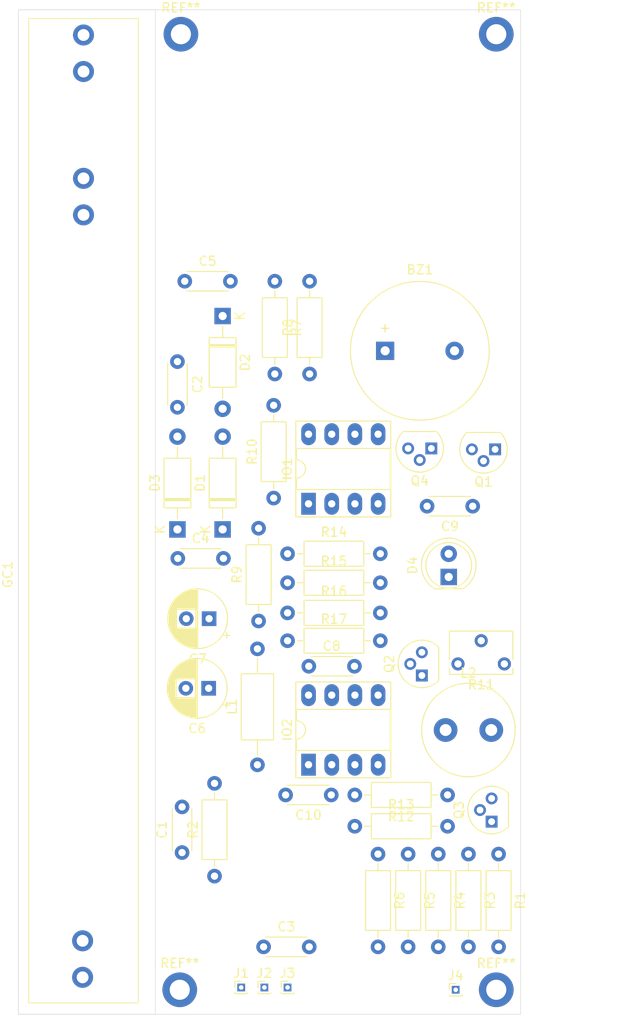
<source format=kicad_pcb>
(kicad_pcb (version 20240108) (generator "pcbnew") (generator_version "8.0")
  (layers (0 "F.Cu" signal) (31 "B.Cu" signal) (34 "B.Paste" user) (35 "F.Paste" user) (36 "B.SilkS" user "B.Silkscreen") (37 "F.SilkS" user "F.Silkscreen") (38 "B.Mask" user) (39 "F.Mask" user) (44 "Edge.Cuts" user))
  (net 0 "")
  (net 1 "Net-(BZ1-+)")
  (net 2 "Net-(BZ1--)")
  (net 3 "step_2")
  (net 4 "GND")
  (net 5 "step_1")
  (net 6 "Net-(D2-K)")
  (net 7 "VCC")
  (net 8 "Net-(D1-K)")
  (net 9 "Net-(C5-Pad2)")
  (net 10 "Net-(IO2-VCC)")
  (net 11 "Net-(IO2-THR)")
  (net 12 "Net-(D4-A)")
  (net 13 "CALIB")
  (net 15 "Net-(IO1-Q)")
  (net 16 "TRIG")
  (net 17 "Net-(IO1-DIS)")
  (net 18 "Net-(IO2-Q)")
  (net 19 "RES")
  (net 21 "Net-(Q3-C)")
  (net 22 "Net-(Q1-B)")
  (net 23 "Net-(Q2-B)")
  (net 24 "Net-(Q3-B)")
  (net 25 "Net-(Q4-B)")
  (net 26 "Net-(R1-Pad1)")
  (net 27 "Net-(R3-Pad2)")
  (net 28 "Net-(R4-Pad1)")
  (net 29 "Net-(R5-Pad2)")
  (net 30 "Net-(J4-Pin_1)")
  (footprint "Package_DIP:DIP-8_W7.62mm_Socket_LongPads" (layer "F.Cu") (at 143.266 96.51 90)
    (property "Reference" "IO1" (at 3.81 -2.33 270) (layer "F.SilkS"))
    (property "Value" "NE555")
    (pad "1" thru_hole rect (at 0 0 90) (size 2.4 1.6) (drill 0.8) (layers "*.Cu" "*.Mask") (net 4 "GND"))
    (pad "2" thru_hole oval (at 0 2.54 90) (size 2.4 1.6) (drill 0.8) (layers "*.Cu" "*.Mask") (net 16 "TRIG"))
    (pad "3" thru_hole oval (at 0 5.08 90) (size 2.4 1.6) (drill 0.8) (layers "*.Cu" "*.Mask") (net 15 "Net-(IO1-Q)"))
    (pad "4" thru_hole oval (at 0 7.62 90) (size 2.4 1.6) (drill 0.8) (layers "*.Cu" "*.Mask") (net 1 "Net-(BZ1-+)"))
    (pad "5" thru_hole oval (at 7.62 7.62 90) (size 2.4 1.6) (drill 0.8) (layers "*.Cu" "*.Mask"))
    (pad "6" thru_hole oval (at 7.62 5.08 90) (size 2.4 1.6) (drill 0.8) (layers "*.Cu" "*.Mask") (net 17 "Net-(IO1-DIS)"))
    (pad "7" thru_hole oval (at 7.62 2.54 90) (size 2.4 1.6) (drill 0.8) (layers "*.Cu" "*.Mask") (net 17 "Net-(IO1-DIS)"))
    (pad "8" thru_hole oval (at 7.62 0 90) (size 2.4 1.6) (drill 0.8) (layers "*.Cu" "*.Mask") (net 1 "Net-(BZ1-+)"))
  )
  (footprint "Capacitor_THT:CP_Radial_D6.3mm_P2.50mm" (layer "F.Cu") (at 132.325759 116.712999 180)
    (property "Reference" "C6" (at 1.25 -4.4 180) (layer "F.SilkS"))
    (property "Value" "100uF")
    (pad "1" thru_hole rect (at 0 0 180) (size 1.6 1.6) (drill 0.8) (layers "*.Cu" "*.Mask") (net 7 "VCC"))
    (pad "2" thru_hole circle (at 2.5 0 180) (size 1.6 1.6) (drill 0.8) (layers "*.Cu" "*.Mask") (net 4 "GND"))
  )
  (footprint "Capacitor_THT:C_Disc_D4.3mm_W1.9mm_P5.00mm" (layer "F.Cu") (at 129.707 72.136)
    (property "Reference" "C5" (at 2.5 -2.2 360) (layer "F.SilkS"))
    (property "Value" "270pF")
    (pad "1" thru_hole circle (at 0 0) (size 1.6 1.6) (drill 0.8) (layers "*.Cu" "*.Mask") (net 4 "GND"))
    (pad "2" thru_hole circle (at 5 0) (size 1.6 1.6) (drill 0.8) (layers "*.Cu" "*.Mask") (net 9 "Net-(C5-Pad2)"))
  )
  (footprint "Resistor_THT:R_Axial_DIN0207_L6.3mm_D2.5mm_P10.16mm_Horizontal" (layer "F.Cu") (at 140.97 111.506)
    (property "Reference" "R17" (at 5.08 -2.37 0) (layer "F.SilkS"))
    (property "Value" "33K")
    (pad "1" thru_hole circle (at 0 0) (size 1.6 1.6) (drill 0.8) (layers "*.Cu" "*.Mask") (net 5 "step_1"))
    (pad "2" thru_hole oval (at 10.16 0) (size 1.6 1.6) (drill 0.8) (layers "*.Cu" "*.Mask") (net 11 "Net-(IO2-THR)"))
  )
  (footprint "Connector_PinHeader_1.00mm:PinHeader_1x01_P1.00mm_Vertical" (layer "F.Cu") (at 140.97 149.479)
    (property "Reference" "J3" (at 0 -1.56 360) (layer "F.SilkS"))
    (property "Value" "GND")
    (pad "1" thru_hole rect (at 0 0) (size 0.85 0.85) (drill 0.5) (layers "*.Cu" "*.Mask") (net 4 "GND"))
  )
  (footprint "Capacitor_THT:C_Disc_D4.3mm_W1.9mm_P5.00mm" (layer "F.Cu") (at 129.413 134.707 90)
    (property "Reference" "C1" (at 2.5 -2.2 270) (layer "F.SilkS"))
    (property "Value" "10nF / 1kV")
    (pad "1" thru_hole circle (at 0 0 90) (size 1.6 1.6) (drill 0.8) (layers "*.Cu" "*.Mask") (net 4 "GND"))
    (pad "2" thru_hole circle (at 5 0 90) (size 1.6 1.6) (drill 0.8) (layers "*.Cu" "*.Mask") (net 3 "step_2"))
  )
  (footprint "Buzzer_Beeper:Buzzer_15x7.5RM7.6" (layer "F.Cu") (at 151.658 79.756)
    (property "Reference" "BZ1" (at 3.81 -8.89 0) (layer "F.SilkS"))
    (property "Value" "Buzzer")
    (fp_text user "+" (at -0.01 -2.54 0) (layer "F.SilkS"))
    (pad "1" thru_hole rect (at 0 0) (size 2 2) (drill 1) (layers "*.Cu" "*.Mask") (net 1 "Net-(BZ1-+)"))
    (pad "2" thru_hole circle (at 7.6 0) (size 2 2) (drill 1) (layers "*.Cu" "*.Mask") (net 2 "Net-(BZ1--)"))
  )
  (footprint "Resistor_THT:R_Axial_DIN0207_L6.3mm_D2.5mm_P10.16mm_Horizontal" (layer "F.Cu") (at 154.178 134.874 -90)
    (property "Reference" "R5" (at 5.08 -2.37 90) (layer "F.SilkS"))
    (property "Value" "10M")
    (pad "1" thru_hole circle (at 0 0 270) (size 1.6 1.6) (drill 0.8) (layers "*.Cu" "*.Mask") (net 28 "Net-(R4-Pad1)"))
    (pad "2" thru_hole oval (at 10.16 0 270) (size 1.6 1.6) (drill 0.8) (layers "*.Cu" "*.Mask") (net 29 "Net-(R5-Pad2)"))
  )
  (footprint "Capacitor_THT:CP_Radial_D6.3mm_P2.50mm" (layer "F.Cu") (at 132.37338 109.093 180)
    (property "Reference" "C7" (at 1.25 -4.4 180) (layer "F.SilkS"))
    (property "Value" "100uF")
    (pad "1" thru_hole rect (at 0 0 180) (size 1.6 1.6) (drill 0.8) (layers "*.Cu" "*.Mask") (net 10 "Net-(IO2-VCC)"))
    (pad "2" thru_hole circle (at 2.5 0 180) (size 1.6 1.6) (drill 0.8) (layers "*.Cu" "*.Mask") (net 4 "GND"))
  )
  (footprint "Capacitor_THT:C_Disc_D4.3mm_W1.9mm_P5.00mm" (layer "F.Cu") (at 128.945 102.489)
    (property "Reference" "C4" (at 2.5 -2.2 360) (layer "F.SilkS"))
    (property "Value" "10nF / 1kV")
    (pad "1" thru_hole circle (at 0 0) (size 1.6 1.6) (drill 0.8) (layers "*.Cu" "*.Mask") (net 3 "step_2"))
    (pad "2" thru_hole circle (at 5 0) (size 1.6 1.6) (drill 0.8) (layers "*.Cu" "*.Mask") (net 8 "Net-(D1-K)"))
  )
  (footprint "Capacitor_THT:C_Disc_D4.3mm_W1.9mm_P5.00mm" (layer "F.Cu") (at 161.25 96.774 180)
    (property "Reference" "C9" (at 2.5 -2.2 180) (layer "F.SilkS"))
    (property "Value" "100nF")
    (pad "1" thru_hole circle (at 0 0 180) (size 1.6 1.6) (drill 0.8) (layers "*.Cu" "*.Mask") (net 4 "GND"))
    (pad "2" thru_hole circle (at 5 0 180) (size 1.6 1.6) (drill 0.8) (layers "*.Cu" "*.Mask") (net 1 "Net-(BZ1-+)"))
  )
  (footprint "Resistor_THT:R_Axial_DIN0207_L6.3mm_D2.5mm_P10.16mm_Horizontal" (layer "F.Cu") (at 140.97 101.981)
    (property "Reference" "R14" (at 5.08 -2.37 0) (layer "F.SilkS"))
    (property "Value" "1k")
    (pad "1" thru_hole circle (at 0 0) (size 1.6 1.6) (drill 0.8) (layers "*.Cu" "*.Mask") (net 15 "Net-(IO1-Q)"))
    (pad "2" thru_hole oval (at 10.16 0) (size 1.6 1.6) (drill 0.8) (layers "*.Cu" "*.Mask") (net 12 "Net-(D4-A)"))
  )
  (footprint "Capacitor_THT:C_Disc_D4.3mm_W1.9mm_P5.00mm" (layer "F.Cu") (at 145.756 128.397 180)
    (property "Reference" "C10" (at 2.5 -2.2 180) (layer "F.SilkS"))
    (property "Value" "1nF")
    (pad "1" thru_hole circle (at 0 0 180) (size 1.6 1.6) (drill 0.8) (layers "*.Cu" "*.Mask") (net 11 "Net-(IO2-THR)"))
    (pad "2" thru_hole circle (at 5 0 180) (size 1.6 1.6) (drill 0.8) (layers "*.Cu" "*.Mask") (net 4 "GND"))
  )
  (footprint "Connector_PinHeader_1.00mm:PinHeader_1x01_P1.00mm_Vertical" (layer "F.Cu") (at 135.89 149.479)
    (property "Reference" "J1" (at 0 -1.56 360) (layer "F.SilkS"))
    (property "Value" "OUT")
    (pad "1" thru_hole rect (at 0 0) (size 0.85 0.85) (drill 0.5) (layers "*.Cu" "*.Mask") (net 13 "CALIB"))
  )
  (footprint "Resistor_THT:R_Axial_DIN0207_L6.3mm_D2.5mm_P10.16mm_Horizontal" (layer "F.Cu") (at 140.97 105.156)
    (property "Reference" "R15" (at 5.08 -2.37 0) (layer "F.SilkS"))
    (property "Value" "10K")
    (pad "1" thru_hole circle (at 0 0) (size 1.6 1.6) (drill 0.8) (layers "*.Cu" "*.Mask") (net 15 "Net-(IO1-Q)"))
    (pad "2" thru_hole oval (at 10.16 0) (size 1.6 1.6) (drill 0.8) (layers "*.Cu" "*.Mask") (net 25 "Net-(Q4-B)"))
  )
  (footprint "Package_TO_SOT_THT:TO-92" (layer "F.Cu") (at 156.718 90.445 180)
    (property "Reference" "Q4" (at 1.27 -3.56 180) (layer "F.SilkS"))
    (property "Value" "NPN 2N3904")
    (pad "1" thru_hole rect (at 0 0 180) (size 1.3 1.3) (drill 0.75) (layers "*.Cu" "*.Mask") (net 2 "Net-(BZ1--)"))
    (pad "2" thru_hole circle (at 1.27 -1.27 180) (size 1.3 1.3) (drill 0.75) (layers "*.Cu" "*.Mask") (net 25 "Net-(Q4-B)"))
    (pad "3" thru_hole circle (at 2.54 0 180) (size 1.3 1.3) (drill 0.75) (layers "*.Cu" "*.Mask") (net 4 "GND"))
  )
  (footprint "Diode_THT:D_A-405_P10.16mm_Horizontal" (layer "F.Cu") (at 133.858 75.946 -90)
    (property "Reference" "D2" (at 5.08 -2.47 90) (layer "F.SilkS"))
    (property "Value" "1N4937")
    (fp_text user "K" (at 0 -1.9 90) (layer "F.SilkS"))
    (pad "1" thru_hole rect (at 0 0 270) (size 1.8 1.8) (drill 0.9) (layers "*.Cu" "*.Mask") (net 6 "Net-(D2-K)"))
    (pad "2" thru_hole oval (at 10.16 0 270) (size 1.8 1.8) (drill 0.9) (layers "*.Cu" "*.Mask") (net 8 "Net-(D1-K)"))
  )
  (footprint "Package_DIP:DIP-8_W7.62mm_Socket_LongPads" (layer "F.Cu") (at 143.266 125.085 90)
    (property "Reference" "IO2" (at 3.81 -2.33 270) (layer "F.SilkS"))
    (property "Value" "NE555")
    (pad "1" thru_hole rect (at 0 0 90) (size 2.4 1.6) (drill 0.8) (layers "*.Cu" "*.Mask") (net 4 "GND"))
    (pad "2" thru_hole oval (at 0 2.54 90) (size 2.4 1.6) (drill 0.8) (layers "*.Cu" "*.Mask") (net 11 "Net-(IO2-THR)"))
    (pad "3" thru_hole oval (at 0 5.08 90) (size 2.4 1.6) (drill 0.8) (layers "*.Cu" "*.Mask") (net 18 "Net-(IO2-Q)"))
    (pad "4" thru_hole oval (at 0 7.62 90) (size 2.4 1.6) (drill 0.8) (layers "*.Cu" "*.Mask") (net 19 "RES"))
    (pad "5" thru_hole oval (at 7.62 7.62 90) (size 2.4 1.6) (drill 0.8) (layers "*.Cu" "*.Mask"))
    (pad "6" thru_hole oval (at 7.62 5.08 90) (size 2.4 1.6) (drill 0.8) (layers "*.Cu" "*.Mask") (net 11 "Net-(IO2-THR)"))
    (pad "7" thru_hole oval (at 7.62 2.54 90) (size 2.4 1.6) (drill 0.8) (layers "*.Cu" "*.Mask") (net 5 "step_1"))
    (pad "8" thru_hole oval (at 7.62 0 90) (size 2.4 1.6) (drill 0.8) (layers "*.Cu" "*.Mask") (net 10 "Net-(IO2-VCC)"))
  )
  (footprint "Resistor_THT:R_Axial_DIN0207_L6.3mm_D2.5mm_P10.16mm_Horizontal" (layer "F.Cu") (at 139.573 72.136 -90)
    (property "Reference" "R7" (at 5.08 -2.37 90) (layer "F.SilkS"))
    (property "Value" "10K")
    (pad "1" thru_hole circle (at 0 0 270) (size 1.6 1.6) (drill 0.8) (layers "*.Cu" "*.Mask") (net 9 "Net-(C5-Pad2)"))
    (pad "2" thru_hole oval (at 10.16 0 270) (size 1.6 1.6) (drill 0.8) (layers "*.Cu" "*.Mask") (net 22 "Net-(Q1-B)"))
  )
  (footprint "Package_TO_SOT_THT:TO-92" (layer "F.Cu") (at 155.681 115.316 90)
    (property "Reference" "Q2" (at 1.27 -3.56 270) (layer "F.SilkS"))
    (property "Value" "NPN 2N3904")
    (pad "1" thru_hole rect (at 0 0 90) (size 1.3 1.3) (drill 0.75) (layers "*.Cu" "*.Mask") (net 19 "RES"))
    (pad "2" thru_hole circle (at 1.27 -1.27 90) (size 1.3 1.3) (drill 0.75) (layers "*.Cu" "*.Mask") (net 23 "Net-(Q2-B)"))
    (pad "3" thru_hole circle (at 2.54 0 90) (size 1.3 1.3) (drill 0.75) (layers "*.Cu" "*.Mask") (net 4 "GND"))
  )
  (footprint "Resistor_THT:R_Axial_DIN0207_L6.3mm_D2.5mm_P10.16mm_Horizontal" (layer "F.Cu") (at 143.383 82.296 90)
    (property "Reference" "R8" (at 5.08 -2.37 270) (layer "F.SilkS"))
    (property "Value" "470K")
    (pad "1" thru_hole circle (at 0 0 90) (size 1.6 1.6) (drill 0.8) (layers "*.Cu" "*.Mask") (net 22 "Net-(Q1-B)"))
    (pad "2" thru_hole oval (at 10.16 0 90) (size 1.6 1.6) (drill 0.8) (layers "*.Cu" "*.Mask") (net 4 "GND"))
  )
  (footprint "Resistor_THT:R_Axial_DIN0207_L6.3mm_D2.5mm_P10.16mm_Horizontal" (layer "F.Cu") (at 148.336 131.826)
    (property "Reference" "R13" (at 5.08 -2.37 0) (layer "F.SilkS"))
    (property "Value" "100K")
    (pad "1" thru_hole circle (at 0 0) (size 1.6 1.6) (drill 0.8) (layers "*.Cu" "*.Mask") (net 7 "VCC"))
    (pad "2" thru_hole oval (at 10.16 0) (size 1.6 1.6) (drill 0.8) (layers "*.Cu" "*.Mask") (net 19 "RES"))
  )
  (footprint "Inductor_THT:L_Radial_D10.0mm_P5.00mm_Fastron_07M" (layer "F.Cu") (at 158.282 121.285)
    (property "Reference" "L2" (at 2.5 -6.25 0) (layer "F.SilkS"))
    (property "Value" "10mH")
    (pad "1" thru_hole circle (at 0 0) (size 2.6 2.6) (drill 1.3) (layers "*.Cu" "*.Mask") (net 10 "Net-(IO2-VCC)"))
    (pad "2" thru_hole circle (at 5 0) (size 2.6 2.6) (drill 1.3) (layers "*.Cu" "*.Mask") (net 21 "Net-(Q3-C)"))
  )
  (footprint "Diode_THT:D_A-405_P10.16mm_Horizontal" (layer "F.Cu") (at 133.858 99.314 90)
    (property "Reference" "D1" (at 5.08 -2.47 270) (layer "F.SilkS"))
    (property "Value" "1N4937")
    (fp_text user "K" (at 0 -1.9 270) (layer "F.SilkS"))
    (pad "1" thru_hole rect (at 0 0 90) (size 1.8 1.8) (drill 0.9) (layers "*.Cu" "*.Mask") (net 8 "Net-(D1-K)"))
    (pad "2" thru_hole oval (at 10.16 0 90) (size 1.8 1.8) (drill 0.9) (layers "*.Cu" "*.Mask") (net 5 "step_1"))
  )
  (footprint "Resistor_THT:R_Axial_DIN0207_L6.3mm_D2.5mm_P10.16mm_Horizontal" (layer "F.Cu") (at 137.795 109.347 90)
    (property "Reference" "R9" (at 5.08 -2.37 270) (layer "F.SilkS"))
    (property "Value" "47K")
    (pad "1" thru_hole circle (at 0 0 90) (size 1.6 1.6) (drill 0.8) (layers "*.Cu" "*.Mask") (net 7 "VCC"))
    (pad "2" thru_hole oval (at 10.16 0 90) (size 1.6 1.6) (drill 0.8) (layers "*.Cu" "*.Mask") (net 16 "TRIG"))
  )
  (footprint "Potentiometer_THT:Potentiometer_Bourns_3266W_Vertical" (layer "F.Cu") (at 159.639 114.046 180)
    (property "Reference" "R11" (at -2.54 -2.27 180) (layer "F.SilkS"))
    (property "Value" "Trimr 100R")
    (pad "1" thru_hole circle (at 0 0 180) (size 1.44 1.44) (drill 0.8) (layers "*.Cu" "*.Mask") (net 23 "Net-(Q2-B)"))
    (pad "2" thru_hole circle (at -2.54 2.54 180) (size 1.44 1.44) (drill 0.8) (layers "*.Cu" "*.Mask") (net 4 "GND"))
    (pad "3" thru_hole circle (at -5.08 0 180) (size 1.44 1.44) (drill 0.8) (layers "*.Cu" "*.Mask") (net 4 "GND"))
  )
  (footprint "Diode_THT:D_A-405_P10.16mm_Horizontal" (layer "F.Cu") (at 128.905 99.314 90)
    (property "Reference" "D3" (at 5.08 -2.47 270) (layer "F.SilkS"))
    (property "Value" "1N4937")
    (fp_text user "K" (at 0 -1.9 270) (layer "F.SilkS"))
    (pad "1" thru_hole rect (at 0 0 90) (size 1.8 1.8) (drill 0.9) (layers "*.Cu" "*.Mask") (net 3 "step_2"))
    (pad "2" thru_hole oval (at 10.16 0 90) (size 1.8 1.8) (drill 0.9) (layers "*.Cu" "*.Mask") (net 6 "Net-(D2-K)"))
  )
  (footprint "Package_TO_SOT_THT:TO-92" (layer "F.Cu") (at 163.322 131.318 90)
    (property "Reference" "Q3" (at 1.27 -3.56 270) (layer "F.SilkS"))
    (property "Value" "NPN MPSA42")
    (pad "1" thru_hole rect (at 0 0 90) (size 1.3 1.3) (drill 0.75) (layers "*.Cu" "*.Mask") (net 21 "Net-(Q3-C)"))
    (pad "2" thru_hole circle (at 1.27 -1.27 90) (size 1.3 1.3) (drill 0.75) (layers "*.Cu" "*.Mask") (net 24 "Net-(Q3-B)"))
    (pad "3" thru_hole circle (at 2.54 0 90) (size 1.3 1.3) (drill 0.75) (layers "*.Cu" "*.Mask") (net 23 "Net-(Q2-B)"))
  )
  (footprint "LED_THT:LED_D5.0mm" (layer "F.Cu") (at 158.623 104.526 90)
    (property "Reference" "D4" (at 1.27 -3.96 270) (layer "F.SilkS"))
    (property "Value" "LED RED")
    (pad "1" thru_hole rect (at 0 0 90) (size 1.8 1.8) (drill 0.9) (layers "*.Cu" "*.Mask") (net 4 "GND"))
    (pad "2" thru_hole circle (at 2.54 0 90) (size 1.8 1.8) (drill 0.9) (layers "*.Cu" "*.Mask") (net 12 "Net-(D4-A)"))
  )
  (footprint "Resistor_THT:R_Axial_DIN0207_L6.3mm_D2.5mm_P10.16mm_Horizontal" (layer "F.Cu") (at 132.969 137.287 90)
    (property "Reference" "R2" (at 5.08 -2.37 270) (layer "F.SilkS"))
    (property "Value" "10M")
    (pad "1" thru_hole circle (at 0 0 90) (size 1.6 1.6) (drill 0.8) (layers "*.Cu" "*.Mask") (net 13 "CALIB"))
    (pad "2" thru_hole oval (at 10.16 0 90) (size 1.6 1.6) (drill 0.8) (layers "*.Cu" "*.Mask") (net 3 "step_2"))
  )
  (footprint "Resistor_THT:R_Axial_DIN0207_L6.3mm_D2.5mm_P10.16mm_Horizontal" (layer "F.Cu") (at 158.496 128.397 180)
    (property "Reference" "R12" (at 5.08 -2.37 180) (layer "F.SilkS"))
    (property "Value" "3K")
    (pad "1" thru_hole circle (at 0 0 180) (size 1.6 1.6) (drill 0.8) (layers "*.Cu" "*.Mask") (net 24 "Net-(Q3-B)"))
    (pad "2" thru_hole oval (at 10.16 0 180) (size 1.6 1.6) (drill 0.8) (layers "*.Cu" "*.Mask") (net 18 "Net-(IO2-Q)"))
  )
  (footprint "MountingHole:MountingHole_2.2mm_M2_DIN965_Pad" (layer "F.Cu") (at 163.83 149.733)
    (property "Reference" "REF**" (at 0 -2.9 0) (layer "F.SilkS"))
    (property "Value" "MountingHole_2.2mm_M2_DIN965_Pad")
    (pad "1" thru_hole circle (at 0 0) (size 3.8 3.8) (drill 2.2) (layers "*.Cu" "*.Mask"))
  )
  (footprint "Capacitor_THT:C_Disc_D4.3mm_W1.9mm_P5.00mm" (layer "F.Cu") (at 128.905 80.939 -90)
    (property "Reference" "C2" (at 2.5 -2.2 90) (layer "F.SilkS"))
    (property "Value" "10nF / 1kV")
    (pad "1" thru_hole circle (at 0 0 270) (size 1.6 1.6) (drill 0.8) (layers "*.Cu" "*.Mask") (net 6 "Net-(D2-K)"))
    (pad "2" thru_hole circle (at 5 0 270) (size 1.6 1.6) (drill 0.8) (layers "*.Cu" "*.Mask") (net 5 "step_1"))
  )
  (footprint "Capacitor_THT:C_Disc_D4.3mm_W1.9mm_P5.00mm" (layer "F.Cu") (at 138.343 145.034)
    (property "Reference" "C3" (at 2.5 -2.2 0) (layer "F.SilkS"))
    (property "Value" "100nF")
    (pad "1" thru_hole circle (at 0 0) (size 1.6 1.6) (drill 0.8) (layers "*.Cu" "*.Mask") (net 7 "VCC"))
    (pad "2" thru_hole circle (at 5 0) (size 1.6 1.6) (drill 0.8) (layers "*.Cu" "*.Mask") (net 4 "GND"))
  )
  (footprint "Resistor_THT:R_Axial_DIN0207_L6.3mm_D2.5mm_P10.16mm_Horizontal" (layer "F.Cu") (at 150.876 134.874 -90)
    (property "Reference" "R6" (at 5.08 -2.37 90) (layer "F.SilkS"))
    (property "Value" "10M")
    (pad "1" thru_hole circle (at 0 0 270) (size 1.6 1.6) (drill 0.8) (layers "*.Cu" "*.Mask") (net 13 "CALIB"))
    (pad "2" thru_hole oval (at 10.16 0 270) (size 1.6 1.6) (drill 0.8) (layers "*.Cu" "*.Mask") (net 29 "Net-(R5-Pad2)"))
  )
  (footprint "Resistor_THT:R_Axial_DIN0207_L6.3mm_D2.5mm_P10.16mm_Horizontal" (layer "F.Cu") (at 140.97 108.458)
    (property "Reference" "R16" (at 5.08 -2.37 0) (layer "F.SilkS"))
    (property "Value" "33K")
    (pad "1" thru_hole circle (at 0 0) (size 1.6 1.6) (drill 0.8) (layers "*.Cu" "*.Mask") (net 10 "Net-(IO2-VCC)"))
    (pad "2" thru_hole oval (at 10.16 0) (size 1.6 1.6) (drill 0.8) (layers "*.Cu" "*.Mask") (net 5 "step_1"))
  )
  (footprint "Inductor_THT:L_Axial_L7.0mm_D3.3mm_P12.70mm_Horizontal_Fastron_MICC" (layer "F.Cu") (at 137.668 125.095 90)
    (property "Reference" "L1" (at 6.35 -2.77 270) (layer "F.SilkS"))
    (property "Value" "100uH")
    (pad "1" thru_hole circle (at 0 0 90) (size 1.6 1.6) (drill 0.8) (layers "*.Cu" "*.Mask") (net 7 "VCC"))
    (pad "2" thru_hole oval (at 12.7 0 90) (size 1.6 1.6) (drill 0.8) (layers "*.Cu" "*.Mask") (net 10 "Net-(IO2-VCC)"))
  )
  (footprint "Package_TO_SOT_THT:TO-92" (layer "F.Cu") (at 163.703 90.551 180)
    (property "Reference" "Q1" (at 1.27 -3.56 180) (layer "F.SilkS"))
    (property "Value" "NPN 2N3904")
    (pad "1" thru_hole rect (at 0 0 180) (size 1.3 1.3) (drill 0.75) (layers "*.Cu" "*.Mask") (net 16 "TRIG"))
    (pad "2" thru_hole circle (at 1.27 -1.27 180) (size 1.3 1.3) (drill 0.75) (layers "*.Cu" "*.Mask") (net 22 "Net-(Q1-B)"))
    (pad "3" thru_hole circle (at 2.54 0 180) (size 1.3 1.3) (drill 0.75) (layers "*.Cu" "*.Mask") (net 4 "GND"))
  )
  (footprint "special:GeigerTube Holder v3 (final)" (layer "F.Cu") (at 119.618 151.1695 90)
    (property "Reference" "GC1" (at 46.9 -9.3 90) (layer "F.SilkS"))
    (property "Value" "Geiger Counter")
    (pad "1" thru_hole circle (at 2.8 -1.1 90) (size 2.3 2.3) (drill 1.3) (layers "*.Cu" "*.Mask") (net 13 "CALIB"))
    (pad "1" thru_hole circle (at 6.8 -1.1 90) (size 2.3 2.3) (drill 1.3) (layers "*.Cu" "*.Mask") (net 13 "CALIB"))
    (pad "2" thru_hole circle (at 86.3 -1 90) (size 2.3 2.3) (drill 1.3) (layers "*.Cu" "*.Mask") (net 9 "Net-(C5-Pad2)"))
    (pad "2" thru_hole circle (at 90.3 -1 90) (size 2.3 2.3) (drill 1.3) (layers "*.Cu" "*.Mask") (net 9 "Net-(C5-Pad2)"))
    (pad "2" thru_hole circle (at 102 -1 90) (size 2.3 2.3) (drill 1.3) (layers "*.Cu" "*.Mask") (net 9 "Net-(C5-Pad2)"))
    (pad "2" thru_hole circle (at 106 -1 90) (size 2.3 2.3) (drill 1.3) (layers "*.Cu" "*.Mask") (net 9 "Net-(C5-Pad2)"))
  )
  (footprint "MountingHole:MountingHole_2.2mm_M2_DIN965_Pad" (layer "F.Cu") (at 129.159 149.733)
    (property "Reference" "REF**" (at 0 -2.9 0) (layer "F.SilkS"))
    (property "Value" "MountingHole_2.2mm_M2_DIN965_Pad")
    (pad "1" thru_hole circle (at 0 0) (size 3.8 3.8) (drill 2.2) (layers "*.Cu" "*.Mask"))
  )
  (footprint "Connector_PinHeader_1.00mm:PinHeader_1x01_P1.00mm_Vertical" (layer "F.Cu") (at 159.385 149.733)
    (property "Reference" "J4" (at 0 -1.56 0) (layer "F.SilkS"))
    (property "Value" "TEST")
    (pad "1" thru_hole rect (at 0 0) (size 0.85 0.85) (drill 0.5) (layers "*.Cu" "*.Mask") (net 30 "Net-(J4-Pin_1)"))
  )
  (footprint "Connector_PinHeader_1.00mm:PinHeader_1x01_P1.00mm_Vertical" (layer "F.Cu") (at 138.43 149.479)
    (property "Reference" "J2" (at 0 -1.56 360) (layer "F.SilkS"))
    (property "Value" "5V")
    (pad "1" thru_hole rect (at 0 0) (size 0.85 0.85) (drill 0.5) (layers "*.Cu" "*.Mask") (net 7 "VCC"))
  )
  (footprint "MountingHole:MountingHole_2.2mm_M2_DIN965_Pad" (layer "F.Cu") (at 163.83 45.085)
    (property "Reference" "REF**" (at 0 -2.9 0) (layer "F.SilkS"))
    (property "Value" "MountingHole_2.2mm_M2_DIN965_Pad")
    (pad "1" thru_hole circle (at 0 0) (size 3.8 3.8) (drill 2.2) (layers "*.Cu" "*.Mask"))
  )
  (footprint "Resistor_THT:R_Axial_DIN0207_L6.3mm_D2.5mm_P10.16mm_Horizontal" (layer "F.Cu") (at 157.48 134.874 -90)
    (property "Reference" "R4" (at 5.08 -2.37 90) (layer "F.SilkS"))
    (property "Value" "10M")
    (pad "1" thru_hole circle (at 0 0 270) (size 1.6 1.6) (drill 0.8) (layers "*.Cu" "*.Mask") (net 28 "Net-(R4-Pad1)"))
    (pad "2" thru_hole oval (at 10.16 0 270) (size 1.6 1.6) (drill 0.8) (layers "*.Cu" "*.Mask") (net 27 "Net-(R3-Pad2)"))
  )
  (footprint "Resistor_THT:R_Axial_DIN0207_L6.3mm_D2.5mm_P10.16mm_Horizontal" (layer "F.Cu") (at 139.446 95.885 90)
    (property "Reference" "R10" (at 5.08 -2.37 270) (layer "F.SilkS"))
    (property "Value" "470K")
    (pad "1" thru_hole circle (at 0 0 90) (size 1.6 1.6) (drill 0.8) (layers "*.Cu" "*.Mask") (net 1 "Net-(BZ1-+)"))
    (pad "2" thru_hole oval (at 10.16 0 90) (size 1.6 1.6) (drill 0.8) (layers "*.Cu" "*.Mask") (net 17 "Net-(IO1-DIS)"))
  )
  (footprint "Resistor_THT:R_Axial_DIN0207_L6.3mm_D2.5mm_P10.16mm_Horizontal" (layer "F.Cu") (at 164.084 134.874 -90)
    (property "Reference" "R1" (at 5.08 -2.37 90) (layer "F.SilkS"))
    (property "Value" "10M")
    (pad "1" thru_hole circle (at 0 0 270) (size 1.6 1.6) (drill 0.8) (layers "*.Cu" "*.Mask") (net 26 "Net-(R1-Pad1)"))
    (pad "2" thru_hole oval (at 10.16 0 270) (size 1.6 1.6) (drill 0.8) (layers "*.Cu" "*.Mask") (net 30 "Net-(J4-Pin_1)"))
  )
  (footprint "Capacitor_THT:C_Disc_D4.3mm_W1.9mm_P5.00mm" (layer "F.Cu") (at 143.296 114.3)
    (property "Reference" "C8" (at 2.5 -2.2 0) (layer "F.SilkS"))
    (property "Value" "100nF")
    (pad "1" thru_hole circle (at 0 0) (size 1.6 1.6) (drill 0.8) (layers "*.Cu" "*.Mask") (net 10 "Net-(IO2-VCC)"))
    (pad "2" thru_hole circle (at 5 0) (size 1.6 1.6) (drill 0.8) (layers "*.Cu" "*.Mask") (net 4 "GND"))
  )
  (footprint "Resistor_THT:R_Axial_DIN0207_L6.3mm_D2.5mm_P10.16mm_Horizontal" (layer "F.Cu") (at 160.782 134.874 -90)
    (property "Reference" "R3" (at 5.08 -2.37 90) (layer "F.SilkS"))
    (property "Value" "10M")
    (pad "1" thru_hole circle (at 0 0 270) (size 1.6 1.6) (drill 0.8) (layers "*.Cu" "*.Mask") (net 26 "Net-(R1-Pad1)"))
    (pad "2" thru_hole oval (at 10.16 0 270) (size 1.6 1.6) (drill 0.8) (layers "*.Cu" "*.Mask") (net 27 "Net-(R3-Pad2)"))
  )
  (footprint "MountingHole:MountingHole_2.2mm_M2_DIN965_Pad" (layer "F.Cu") (at 129.286 45.085)
    (property "Reference" "REF**" (at 0 -2.9 0) (layer "F.SilkS"))
    (property "Value" "MountingHole_2.2mm_M2_DIN965_Pad")
    (pad "1" thru_hole circle (at 0 0) (size 3.8 3.8) (drill 2.2) (layers "*.Cu" "*.Mask"))
  )
  (gr_rect (start 111.492 42.418) (end 166.492 152.418) (stroke (width 0.05)) (fill none) (layer "Edge.Cuts"))
  (gr_rect (start 111.492 42.418) (end 126.492 152.418) (stroke (width 0.05)) (fill none) (layer "Edge.Cuts"))
  (segment (start 138.303 145.074) (end 138.343 145.034) (width 0.7) (layer "B.Cu") (net 7))
)
</source>
